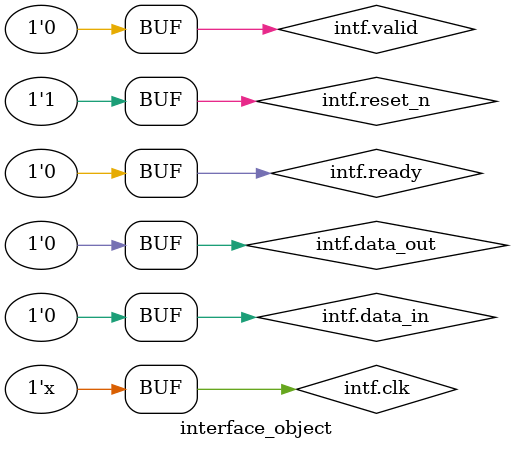
<source format=sv>
module interface_object;
    my_interface intf();

    always begin
        intf.clk = ~intf.clk;
    end

    initial begin
        intf.clk = 0;
        intf.reset_n = 0;
        intf.data_in = 0;
        intf.data_out = 0;
        intf.valid = 0;
        intf.ready = 0;
        intf.reset_n = 1;
    end

endmodule
</source>
